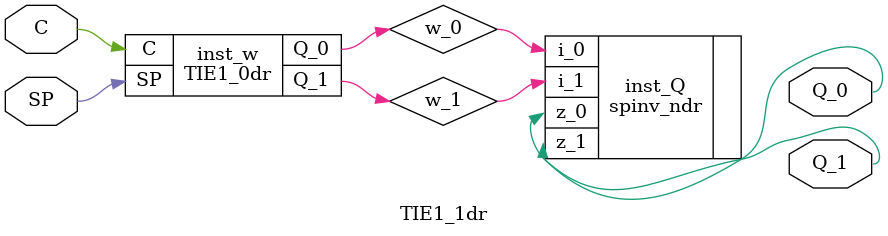
<source format=v>



module delay (A, Q);
  input A;
  output Q;

  BUF2 inst_q (.A(A), .Q(Q));
endmodule


// DF

module DF1_0dr (C, D_1, D_0, Q_1, Q_0, SP);
  input C;
  input D_1, D_0;
  output Q_1, Q_0;
  input SP;
  wire M_1, M_0;
  wire M_1_buf, M_0_buf;
  wire C_buf;
  wire w_1, w_0;
  wire D_1_buf, D_0_buf;
  
  delay inst_C_buf1 (.A(C), .Q(C_buf));

  delay inst_D_1_buf (.A(D_1), .Q(D_1_buf));
  delay inst_D_0_buf (.A(D_0), .Q(D_0_buf));

  OAI2111 inst_M_1 (.D(M_0), .C(C), .B(C_buf), .A(D_1_buf), .Q(M_1));
  OAI2111 inst_M_0 (.D(M_1), .C(C), .B(C_buf), .A(D_0_buf), .Q(M_0));

  delay inst_M_1_buf (.A(M_1), .Q(M_1_buf));
  delay inst_M_0_buf (.A(M_0), .Q(M_0_buf));

  AOI2111 inst_w_1 (.D(w_0), .C(C), .B(C_buf), .A(M_1_buf), .Q(w_1));
  AOI2111 inst_w_0 (.D(w_1), .C(C), .B(C_buf), .A(M_0_buf), .Q(w_0));

  spalt_ndr inst_Q (.C(C), .D_1(w_1), .D_0(w_0), .Q_1(Q_1), .Q_0(Q_0), .SP(SP));
endmodule


module DF3_0dr (C, D_1, D_0, Q_1, Q_0, SP);
  input C;
  input D_1, D_0;
  output Q_1, Q_0;
  input SP;
  wire w_1, w_0;

  DF1_0dr inst_w (.C(C), .D_1(D_1), .D_0(D_0), .Q_1(w_1), .Q_0(w_0), .SP(SP));

  BUF2 inst_Q_1 (.A(w_1), .Q(Q_1));
  BUF2 inst_Q_0 (.A(w_0), .Q(Q_0));
endmodule


// DFC

module DFC1_0dr (C, D_1, D_0, Q_1, Q_0, RN, SP);
  input C;
  input D_1, D_0;
  input RN;
  input SP;
  output Q_1, Q_0;
  wire R;
  wire w_1, w_0;
  wire not_Q_1, not_Q_0;

  DF1_0dr inst_w (.C(C), .D_1(D_1), .D_0(D_0), .Q_1(w_1), .Q_0(w_0), .SP(SP));

  INV1 inst_R (.A(RN), .Q(R));

  NAND21 inst_not_Q_1 (.A(RN), .B(w_1), .Q(not_Q_1));
  NOR21 inst_not_Q_0 (.A(R), .B(w_0), .Q(not_Q_0));

  INV1 inst_Q_1 (.A(not_Q_1), .Q(Q_1));
  INV1 inst_Q_0 (.A(not_Q_0), .Q(Q_0));
endmodule


module DFC3_0dr (C, D_1, D_0, Q_1, Q_0, RN, SP);
  input C;
  input D_1, D_0;
  input RN;
  input SP;
  output Q_1, Q_0;
  wire R;
  wire w_1, w_0;
  wire not_Q_1, not_Q_0;

  DF1_0dr inst_w (.C(C), .D_1(D_1), .D_0(D_0), .Q_1(w_1), .Q_0(w_0), .SP(SP));

  INV1 inst_R (.A(RN), .Q(R));

  NAND21 inst_not_Q_1 (.A(RN), .B(w_1), .Q(not_Q_1));
  NOR21 inst_not_Q_0 (.A(R), .B(w_0), .Q(not_Q_0));

  INV3 inst_Q_1 (.A(not_Q_1), .Q(Q_1));
  INV3 inst_Q_0 (.A(not_Q_0), .Q(Q_0));
endmodule


// DFCP

module DFCP1_0dr (C, D_1, D_0, Q_1, Q_0, RN, SN, SP);
  input C;
  input D_1, D_0;
  input RN, SN;
  input SP;
  output Q_1, Q_0;
  wire R, S;
  wire w_1, w_0;
  wire not_Q_1, not_Q_0;

  DF1_0dr inst_w (.C(C), .D_1(D_1), .D_0(D_0), .Q_1(w_1), .Q_0(w_0), .SP(SP));

  INV1 inst_R (.A(RN), .Q(R));
  INV1 inst_S (.A(SN), .Q(S));

  OAI211 inst_not_Q_1 (.A(w_1), .B(S), .C(R), .Q(not_Q_1));
  OAI211 inst_not_Q_0 (.A(w_0), .B(R), .C(S), .Q(not_Q_0));

  INV1 inst_Q_1 (.A(not_Q_1), .Q(Q_1));
  INV1 inst_Q_0 (.A(not_Q_0), .Q(Q_0));
endmodule


module DFCP3_0dr (C, D_1, D_0, Q_1, Q_0, RN, SN, SP);
  input C;
  input D_1, D_0;
  input RN, SN;
  input SP;
  output Q_1, Q_0;
  wire R, S;
  wire w_1, w_0;
  wire not_Q_1, not_Q_0;

  DF1_0dr inst_w (.C(C), .D_1(D_1), .D_0(D_0), .Q_1(w_1), .Q_0(w_0), .SP(SP));

  INV1 inst_R (.A(RN), .Q(R));
  INV1 inst_S (.A(SN), .Q(S));

  OAI211 inst_not_Q_1 (.A(w_1), .B(S), .C(R), .Q(not_Q_1));
  OAI211 inst_not_Q_0 (.A(w_0), .B(R), .C(S), .Q(not_Q_0));

  INV3 inst_Q_1 (.A(not_Q_1), .Q(Q_1));
  INV3 inst_Q_0 (.A(not_Q_0), .Q(Q_0));
endmodule


// DFP

module DFP1_0dr (C, D_1, D_0, Q_1, Q_0, SN, SP);
  input C;
  input D_1, D_0;
  input SN;
  input SP;
  output Q_1, Q_0;
  wire S;
  wire w_1, w_0;
  wire not_Q_1, not_Q_0;

  DF1_0dr inst_w (.C(C), .D_1(D_1), .D_0(D_0), .Q_1(w_1), .Q_0(w_0), .SP(SP));

  INV1 inst_S (.A(SN), .Q(S));

  NOR21 inst_not_Q_1 (.A(S), .B(w_1), .Q(not_Q_1));
  NAND21 inst_not_Q_0 (.A(SN), .B(w_0), .Q(not_Q_0));
  
  INV1 inst_Q_1 (.A(not_Q_1), .Q(Q_1));
  INV1 inst_Q_0 (.A(not_Q_0), .Q(Q_0));
endmodule


module DFP3_0dr (C, D_1, D_0, Q_1, Q_0, SN, SP);
  input C;
  input D_1, D_0;
  input SN;
  input SP;
  output Q_1, Q_0;
  wire S;
  wire w_1, w_0;
  wire not_Q_1, not_Q_0;

  DF1_0dr inst_w (.C(C), .D_1(D_1), .D_0(D_0), .Q_1(w_1), .Q_0(w_0), .SP(SP));

  INV1 inst_S (.A(SN), .Q(S));

  NOR21 inst_not_Q_1 (.A(S), .B(w_1), .Q(not_Q_1));
  NAND21 inst_not_Q_0 (.A(SN), .B(w_0), .Q(not_Q_0));
  
  INV3 inst_Q_1 (.A(not_Q_1), .Q(Q_1));
  INV3 inst_Q_0 (.A(not_Q_0), .Q(Q_0));
endmodule


// Tie-Down to Logic Low-Level

module TIE0_0dr (C, Q_1, Q_0, SP);
  input C;
  input SP;
  output Q_1, Q_0;
  wire w_1, w_0;

  TIE0 inst_w_1 (.Q(w_1));
  INV1 inst_w_0 (.A(C), .Q(w_0));

  spalt_ndr inst_Q (.C(C), .D_1(w_1), .D_0(w_0), .Q_1(Q_1), .Q_0(Q_0), .SP(SP));
endmodule


module TIE0_1dr (C, Q_1, Q_0, SP);
  input C;
  input SP;
  output Q_1, Q_0;
  wire w_1, w_0;

  TIE0_0dr inst_w (.C(C), .Q_1(w_1), .Q_0(w_0), .SP(SP));
  spinv_ndr inst_Q (.i_1(w_1), .i_0(w_0), .z_1(Q_1), .z_0(Q_0));
endmodule


// Tie-Up to Logic High-Level

module TIE1_0dr (C, Q_1, Q_0, SP);
  input C;
  input SP;
  output Q_1, Q_0;
  wire w_1, w_0;

  INV1 inst_w_1 (.A(C), .Q(w_1));
  TIE0 inst_w_0 (.Q(w_0));

  spalt_ndr inst_Q (.C(C), .D_1(w_1), .D_0(w_0), .Q_1(Q_1), .Q_0(Q_0), .SP(SP));
endmodule


module TIE1_1dr (C, Q_1, Q_0, SP);
  input C;
  input SP;
  output Q_1, Q_0;
  wire w_1, w_0;

  TIE1_0dr inst_w (.C(C), .Q_1(w_1), .Q_0(w_0), .SP(SP));
  spinv_ndr inst_Q (.i_1(w_1), .i_0(w_0), .z_1(Q_1), .z_0(Q_0));
endmodule

</source>
